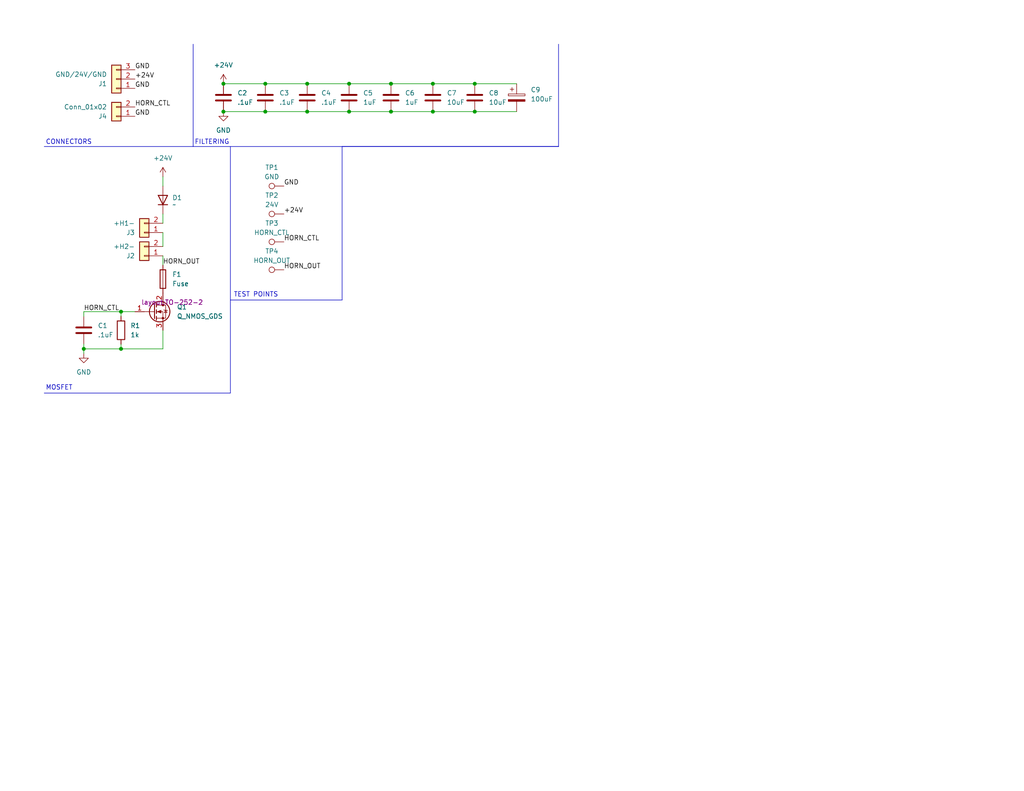
<source format=kicad_sch>
(kicad_sch (version 20231120) (generator "eeschema") (generator_version "8.0")
  (paper "USLetter")
  (title_block (title "Template") (date "2024-09-13") (rev "0.0") (company "Illini Solar Car") (comment 1 "Designed By: Sahil Shah"))
  (lib_symbols
    (symbol "C_1" (pin_numbers hide) (pin_names (offset 0.254))
      (property "Reference" "C" (at 0.635 2.54 0))
      (property "Value" "C" (at 0.635 -2.54 0))
      (symbol "C_1_0_1"
        (polyline (pts (xy -2.032 -0.762) (xy 2.032 -0.762)) (stroke (width 0.508)))
        (polyline (pts (xy -2.032 0.762) (xy 2.032 0.762)) (stroke (width 0.508)))
      )
      (symbol "C_1_1_1"
        (pin passive line (at 0 3.81 270) (length 2.794) (name "~") (number "1"))
        (pin passive line (at 0 -3.81 90) (length 2.794) (name "~") (number "2"))
      )
    )
    (symbol "C_2" (pin_numbers hide) (pin_names (offset 0.254))
      (property "Reference" "C" (at 0.635 2.54 0))
      (property "Value" "C" (at 0.635 -2.54 0))
      (symbol "C_2_0_1"
        (polyline (pts (xy -2.032 -0.762) (xy 2.032 -0.762)) (stroke (width 0.508)))
        (polyline (pts (xy -2.032 0.762) (xy 2.032 0.762)) (stroke (width 0.508)))
      )
      (symbol "C_2_1_1"
        (pin passive line (at 0 3.81 270) (length 2.794) (name "~") (number "1"))
        (pin passive line (at 0 -3.81 90) (length 2.794) (name "~") (number "2"))
      )
    )
    (symbol "C_3" (pin_numbers hide) (pin_names (offset 0.254))
      (property "Reference" "C" (at 0.635 2.54 0))
      (property "Value" "C" (at 0.635 -2.54 0))
      (symbol "C_3_0_1"
        (polyline (pts (xy -2.032 -0.762) (xy 2.032 -0.762)) (stroke (width 0.508)))
        (polyline (pts (xy -2.032 0.762) (xy 2.032 0.762)) (stroke (width 0.508)))
      )
      (symbol "C_3_1_1"
        (pin passive line (at 0 3.81 270) (length 2.794) (name "~") (number "1"))
        (pin passive line (at 0 -3.81 90) (length 2.794) (name "~") (number "2"))
      )
    )
    (symbol "C_4" (pin_numbers hide) (pin_names (offset 0.254))
      (property "Reference" "C" (at 0.635 2.54 0))
      (property "Value" "C" (at 0.635 -2.54 0))
      (symbol "C_4_0_1"
        (polyline (pts (xy -2.032 -0.762) (xy 2.032 -0.762)) (stroke (width 0.508)))
        (polyline (pts (xy -2.032 0.762) (xy 2.032 0.762)) (stroke (width 0.508)))
      )
      (symbol "C_4_1_1"
        (pin passive line (at 0 3.81 270) (length 2.794) (name "~") (number "1"))
        (pin passive line (at 0 -3.81 90) (length 2.794) (name "~") (number "2"))
      )
    )
    (symbol "C_5" (pin_numbers hide) (pin_names (offset 0.254))
      (property "Reference" "C" (at 0.635 2.54 0))
      (property "Value" "C" (at 0.635 -2.54 0))
      (symbol "C_5_0_1"
        (polyline (pts (xy -2.032 -0.762) (xy 2.032 -0.762)) (stroke (width 0.508)))
        (polyline (pts (xy -2.032 0.762) (xy 2.032 0.762)) (stroke (width 0.508)))
      )
      (symbol "C_5_1_1"
        (pin passive line (at 0 3.81 270) (length 2.794) (name "~") (number "1"))
        (pin passive line (at 0 -3.81 90) (length 2.794) (name "~") (number "2"))
      )
    )
    (symbol "C_6" (pin_numbers hide) (pin_names (offset 0.254))
      (property "Reference" "C" (at 0.635 2.54 0))
      (property "Value" "C" (at 0.635 -2.54 0))
      (symbol "C_6_0_1"
        (polyline (pts (xy -2.032 -0.762) (xy 2.032 -0.762)) (stroke (width 0.508)))
        (polyline (pts (xy -2.032 0.762) (xy 2.032 0.762)) (stroke (width 0.508)))
      )
      (symbol "C_6_1_1"
        (pin passive line (at 0 3.81 270) (length 2.794) (name "~") (number "1"))
        (pin passive line (at 0 -3.81 90) (length 2.794) (name "~") (number "2"))
      )
    )
    (symbol "C_7" (pin_numbers hide) (pin_names (offset 0.254))
      (property "Reference" "C" (at 0.635 2.54 0))
      (property "Value" "C" (at 0.635 -2.54 0))
      (symbol "C_7_0_1"
        (polyline (pts (xy -2.032 -0.762) (xy 2.032 -0.762)) (stroke (width 0.508)))
        (polyline (pts (xy -2.032 0.762) (xy 2.032 0.762)) (stroke (width 0.508)))
      )
      (symbol "C_7_1_1"
        (pin passive line (at 0 3.81 270) (length 2.794) (name "~") (number "1"))
        (pin passive line (at 0 -3.81 90) (length 2.794) (name "~") (number "2"))
      )
    )
    (symbol "Connector:TestPoint" (pin_numbers hide) (pin_names (offset 0.762) hide)
      (property "Reference" "TP" (at 0 6.858 0))
      (property "Value" "TestPoint" (at 0 5.08 0))
      (symbol "TestPoint_0_1"
        (circle (center 0 3.302) (radius 0.762))
      )
      (symbol "TestPoint_1_1"
        (pin passive line (at 0 0 90) (length 2.54) (name "1") (number "1"))
      )
    )
    (symbol "Connector_Generic:Conn_01x02" (pin_names (offset 1.016) hide)
      (property "Reference" "J" (at 0 2.54 0))
      (property "Value" "Conn_01x02" (at 0 -5.08 0))
      (symbol "Conn_01x02_1_1"
        (rectangle (start -1.27 -2.413) (end 0 -2.667) (stroke (width 0.1524)))
        (rectangle (start -1.27 0.127) (end 0 -0.127) (stroke (width 0.1524)))
        (rectangle (start -1.27 1.27) (end 1.27 -3.81) (stroke (width 0.254)) (fill (type background)))
        (pin passive line (at -5.08 0 0) (length 3.81) (name "Pin_1") (number "1"))
        (pin passive line (at -5.08 -2.54 0) (length 3.81) (name "Pin_2") (number "2"))
      )
    )
    (symbol "Connector_Generic:Conn_01x03" (pin_names (offset 1.016) hide)
      (property "Reference" "J" (at 0 5.08 0))
      (property "Value" "Conn_01x03" (at 0 -5.08 0))
      (symbol "Conn_01x03_1_1"
        (rectangle (start -1.27 -2.413) (end 0 -2.667) (stroke (width 0.1524)))
        (rectangle (start -1.27 0.127) (end 0 -0.127) (stroke (width 0.1524)))
        (rectangle (start -1.27 2.667) (end 0 2.413) (stroke (width 0.1524)))
        (rectangle (start -1.27 3.81) (end 1.27 -3.81) (stroke (width 0.254)) (fill (type background)))
        (pin passive line (at -5.08 2.54 0) (length 3.81) (name "Pin_1") (number "1"))
        (pin passive line (at -5.08 0 0) (length 3.81) (name "Pin_2") (number "2"))
        (pin passive line (at -5.08 -2.54 0) (length 3.81) (name "Pin_3") (number "3"))
      )
    )
    (symbol "Device:C_Polarized" (pin_numbers hide) (pin_names (offset 0.254))
      (property "Reference" "C" (at 0.635 2.54 0))
      (property "Value" "C_Polarized" (at 0.635 -2.54 0))
      (symbol "C_Polarized_0_1"
        (rectangle (start -2.286 0.508) (end 2.286 1.016))
        (polyline (pts (xy -1.778 2.286) (xy -0.762 2.286)))
        (polyline (pts (xy -1.27 2.794) (xy -1.27 1.778)))
        (rectangle (start 2.286 -0.508) (end -2.286 -1.016) (fill (type outline)))
      )
      (symbol "C_Polarized_1_1"
        (pin passive line (at 0 3.81 270) (length 2.794) (name "~") (number "1"))
        (pin passive line (at 0 -3.81 90) (length 2.794) (name "~") (number "2"))
      )
    )
    (symbol "Device:D" (pin_numbers hide) (pin_names (offset 1.016) hide)
      (property "Reference" "D" (at 0 2.54 0))
      (property "Value" "D" (at 0 -2.54 0))
      (symbol "D_0_1"
        (polyline (pts (xy -1.27 1.27) (xy -1.27 -1.27)) (stroke (width 0.254)))
        (polyline (pts (xy 1.27 0) (xy -1.27 0)))
        (polyline (pts (xy 1.27 1.27) (xy 1.27 -1.27) (xy -1.27 0) (xy 1.27 1.27)) (stroke (width 0.254)))
      )
      (symbol "D_1_1"
        (pin passive line (at -3.81 0 0) (length 2.54) (name "K") (number "1"))
        (pin passive line (at 3.81 0 180) (length 2.54) (name "A") (number "2"))
      )
    )
    (symbol "Device:Fuse" (pin_numbers hide) (pin_names (offset 0))
      (property "Reference" "F" (at 2.032 0 90))
      (property "Value" "Fuse" (at -1.905 0 90))
      (symbol "Fuse_0_1"
        (rectangle (start -0.762 -2.54) (end 0.762 2.54) (stroke (width 0.254)))
        (polyline (pts (xy 0 2.54) (xy 0 -2.54)))
      )
      (symbol "Fuse_1_1"
        (pin passive line (at 0 3.81 270) (length 1.27) (name "~") (number "1"))
        (pin passive line (at 0 -3.81 90) (length 1.27) (name "~") (number "2"))
      )
    )
    (symbol "Device:Q_NMOS_GDS" (pin_names (offset 0) hide)
      (property "Reference" "Q" (at 5.08 1.27 0))
      (property "Value" "Q_NMOS_GDS" (at 5.08 -1.27 0))
      (symbol "Q_NMOS_GDS_0_1"
        (polyline (pts (xy 0.254 0) (xy -2.54 0)))
        (polyline (pts (xy 0.254 1.905) (xy 0.254 -1.905)) (stroke (width 0.254)))
        (polyline (pts (xy 0.762 -1.27) (xy 0.762 -2.286)) (stroke (width 0.254)))
        (polyline (pts (xy 0.762 0.508) (xy 0.762 -0.508)) (stroke (width 0.254)))
        (polyline (pts (xy 0.762 2.286) (xy 0.762 1.27)) (stroke (width 0.254)))
        (polyline (pts (xy 2.54 2.54) (xy 2.54 1.778)))
        (polyline (pts (xy 2.54 -2.54) (xy 2.54 0) (xy 0.762 0)))
        (polyline (pts (xy 0.762 -1.778) (xy 3.302 -1.778) (xy 3.302 1.778) (xy 0.762 1.778)))
        (polyline (pts (xy 1.016 0) (xy 2.032 0.381) (xy 2.032 -0.381) (xy 1.016 0)) (fill (type outline)))
        (polyline (pts (xy 2.794 0.508) (xy 2.921 0.381) (xy 3.683 0.381) (xy 3.81 0.254)))
        (polyline (pts (xy 3.302 0.381) (xy 2.921 -0.254) (xy 3.683 -0.254) (xy 3.302 0.381)))
        (circle (center 1.651 0) (radius 2.794) (stroke (width 0.254)))
        (circle (center 2.54 -1.778) (radius 0.254) (fill (type outline)))
        (circle (center 2.54 1.778) (radius 0.254) (fill (type outline)))
      )
      (symbol "Q_NMOS_GDS_1_1"
        (pin input line (at -5.08 0 0) (length 2.54) (name "G") (number "1"))
        (pin passive line (at 2.54 5.08 270) (length 2.54) (name "D") (number "2"))
        (pin passive line (at 2.54 -5.08 90) (length 2.54) (name "S") (number "3"))
      )
    )
    (symbol "Device:R" (pin_numbers hide) (pin_names (offset 0))
      (property "Reference" "R" (at 2.032 0 90))
      (property "Value" "R" (at 0 0 90))
      (symbol "R_0_1"
        (rectangle (start -1.016 -2.54) (end 1.016 2.54) (stroke (width 0.254)))
      )
      (symbol "R_1_1"
        (pin passive line (at 0 3.81 270) (length 1.27) (name "~") (number "1"))
        (pin passive line (at 0 -3.81 90) (length 1.27) (name "~") (number "2"))
      )
    )
    (symbol "device:C" (pin_numbers hide) (pin_names (offset 0.254))
      (property "Reference" "C" (at 0.635 2.54 0))
      (property "Value" "C" (at 0.635 -2.54 0))
      (symbol "C_0_1"
        (polyline (pts (xy -2.032 -0.762) (xy 2.032 -0.762)) (stroke (width 0.508)))
        (polyline (pts (xy -2.032 0.762) (xy 2.032 0.762)) (stroke (width 0.508)))
      )
      (symbol "C_1_1"
        (pin passive line (at 0 3.81 270) (length 2.794) (name "~") (number "1"))
        (pin passive line (at 0 -3.81 90) (length 2.794) (name "~") (number "2"))
      )
    )
    (symbol "power:+24V" (power) (pin_names (offset 0))
      (property "Value" "+24V" (at 0 3.556 0))
      (symbol "+24V_0_1"
        (polyline (pts (xy -0.762 1.27) (xy 0 2.54)))
        (polyline (pts (xy 0 0) (xy 0 2.54)))
        (polyline (pts (xy 0 2.54) (xy 0.762 1.27)))
      )
      (symbol "+24V_1_1"
        (pin power_in line (at 0 0 90) (length 0) hide (name "+24V") (number "1"))
      )
    )
    (symbol "power:GND" (power) (pin_names (offset 0))
      (property "Value" "GND" (at 0 -3.81 0))
      (symbol "GND_0_1"
        (polyline (pts (xy 0 0) (xy 0 -1.27) (xy 1.27 -1.27) (xy 0 -2.54) (xy -1.27 -1.27) (xy 0 -1.27)))
      )
      (symbol "GND_1_1"
        (pin power_in line (at 0 0 270) (length 0) hide (name "GND") (number "1"))
      )
    )
  )
  (junction (at 60.96 30.48))
  (junction (at 118.11 22.86))
  (junction (at 72.39 22.86))
  (junction (at 129.54 22.86))
  (junction (at 33.02 85.09))
  (junction (at 129.54 30.48))
  (junction (at 72.39 30.48))
  (junction (at 95.25 30.48))
  (junction (at 33.02 95.25))
  (junction (at 106.68 30.48))
  (junction (at 83.82 22.86))
  (junction (at 95.25 22.86))
  (junction (at 60.96 22.86))
  (junction (at 106.68 22.86))
  (junction (at 118.11 30.48))
  (junction (at 22.86 95.25))
  (junction (at 83.82 30.48))
  (wire (pts (xy 44.45 90.17) (xy 44.45 95.25)))
  (wire (pts (xy 33.02 95.25) (xy 33.02 93.98)))
  (wire (pts (xy 44.45 63.5) (xy 44.45 67.31)))
  (polyline (pts (xy 12.065 40.005) (xy 52.705 40.005)))
  (wire (pts (xy 129.54 22.86) (xy 140.97 22.86)))
  (wire (pts (xy 33.02 85.09) (xy 22.86 85.09)))
  (wire (pts (xy 22.86 85.09) (xy 22.86 86.36)))
  (wire (pts (xy 83.82 22.86) (xy 95.25 22.86)))
  (wire (pts (xy 95.25 22.86) (xy 106.68 22.86)))
  (wire (pts (xy 118.11 22.86) (xy 129.54 22.86)))
  (wire (pts (xy 72.39 30.48) (xy 83.82 30.48)))
  (polyline (pts (xy 52.705 40.005) (xy 152.4 40.005)))
  (wire (pts (xy 72.39 22.86) (xy 83.82 22.86)))
  (polyline (pts (xy 62.865 107.315) (xy 62.865 40.005)))
  (polyline (pts (xy 152.4 12.065) (xy 152.4 40.005)))
  (wire (pts (xy 106.68 30.48) (xy 118.11 30.48)))
  (wire (pts (xy 118.11 30.48) (xy 129.54 30.48)))
  (wire (pts (xy 106.68 22.86) (xy 118.11 22.86)))
  (wire (pts (xy 83.82 30.48) (xy 95.25 30.48)))
  (wire (pts (xy 44.45 69.85) (xy 44.45 72.39)))
  (polyline (pts (xy 62.865 81.915) (xy 93.345 81.915)))
  (wire (pts (xy 22.86 95.25) (xy 22.86 96.52)))
  (wire (pts (xy 44.45 58.42) (xy 44.45 60.96)))
  (wire (pts (xy 60.96 22.86) (xy 72.39 22.86)))
  (wire (pts (xy 44.45 48.26) (xy 44.45 50.8)))
  (wire (pts (xy 129.54 30.48) (xy 140.97 30.48)))
  (polyline (pts (xy 52.705 12.065) (xy 52.705 40.005)))
  (wire (pts (xy 95.25 30.48) (xy 106.68 30.48)))
  (polyline (pts (xy 93.345 81.915) (xy 93.345 40.005)))
  (polyline (pts (xy 12.065 107.315) (xy 62.865 107.315)))
  (polyline (pts (xy 93.345 40.005) (xy 152.4 40.005)))
  (wire (pts (xy 60.96 30.48) (xy 72.39 30.48)))
  (wire (pts (xy 22.86 95.25) (xy 22.86 93.98)))
  (wire (pts (xy 44.45 95.25) (xy 33.02 95.25)))
  (wire (pts (xy 33.02 85.09) (xy 33.02 86.36)))
  (wire (pts (xy 36.83 85.09) (xy 33.02 85.09)))
  (wire (pts (xy 22.86 95.25) (xy 33.02 95.25)))
  (text "CONNECTORS" (at 12.446 39.624 0) (effects (font (size 1.27 1.27)) (justify left bottom)))
  (text "FILTERING" (at 53.086 39.624 0) (effects (font (size 1.27 1.27)) (justify left bottom)))
  (text "TEST POINTS" (at 63.754 81.28 0) (effects (font (size 1.27 1.27)) (justify left bottom)))
  (text "MOSFET" (at 12.446 106.68 0) (effects (font (size 1.27 1.27)) (justify left bottom)))
  (label "+24V" (at 36.83 21.59 0))
  (label "HORN_OUT" (at 77.47 73.66 0))
  (label "GND" (at 77.47 50.8 0))
  (label "HORN_CTL" (at 36.83 29.21 0))
  (label "GND" (at 36.83 24.13 0))
  (label "+24V" (at 77.47 58.42 0))
  (label "GND" (at 36.83 19.05 0))
  (label "HORN_CTL" (at 77.47 66.04 0))
  (label "HORN_CTL" (at 22.86 85.09 0))
  (label "GND" (at 36.83 31.75 0))
  (label "HORN_OUT" (at 44.45 72.39 0))
  (symbol (lib_id "Connector:TestPoint") (at 77.47 50.8 90) (unit 1)
    (property "Reference" "TP1" (at 74.168 45.72 90))
    (property "Value" "GND" (at 74.168 48.26 90))
    (property "Footprint" "TestPoint:TestPoint_Pad_D1.5mm" (effects (hide yes)))
    (property "Description" "test point" (effects (hide yes)))
  )
  (symbol (lib_id "Connector:TestPoint") (at 77.47 73.66 90) (unit 1)
    (property "Reference" "TP4" (at 74.168 68.58 90))
    (property "Value" "HORN_OUT" (at 74.168 71.12 90))
    (property "Footprint" "TestPoint:TestPoint_Pad_D1.5mm" (effects (hide yes)))
    (property "Description" "test point" (effects (hide yes)))
  )
  (symbol (lib_id "Device:D") (at 44.45 54.61 90) (unit 1)
    (property "Reference" "D1" (at 46.99 53.9749 90) (effects (justify right)))
    (property "Value" "~" (at 46.99 55.88 90) (effects (justify right)))
    (property "Footprint" "Diode_SMD:D_SMA" (effects (hide yes)))
    (property "Description" "Diode" (effects (hide yes)))
    (property "Sim.Device" "D" (effects (hide yes)))
    (property "Sim.Pins" "1=K 2=A" (effects (hide yes)))
  )
  (symbol (lib_id "device:C") (at 22.86 90.17 0) (unit 1)
    (property "Reference" "C1" (at 26.67 88.8999 0) (effects (justify left)))
    (property "Value" ".1uF" (at 26.67 91.4399 0) (effects (justify left)))
    (property "Footprint" "Capacitor_SMD:C_0805_2012Metric" (effects (hide yes)))
    (property "Description" "Unpolarized capacitor" (effects (hide yes)))
  )
  (symbol (lib_id "Connector:TestPoint") (at 77.47 66.04 90) (unit 1)
    (property "Reference" "TP3" (at 74.168 60.96 90))
    (property "Value" "HORN_CTL" (at 74.168 63.5 90))
    (property "Footprint" "TestPoint:TestPoint_Pad_D1.5mm" (effects (hide yes)))
    (property "Description" "test point" (effects (hide yes)))
  )
  (symbol (lib_id "Connector_Generic:Conn_01x02") (at 39.37 63.5 180) (unit 1)
    (property "Reference" "J3" (at 36.83 63.5001 0) (effects (justify left)))
    (property "Value" "+H1-" (at 36.83 60.9601 0) (effects (justify left)))
    (property "Footprint" "Connector_PinHeader_2.54mm:PinHeader_1x02_P2.54mm_Vertical" (effects (hide yes)))
    (property "Description" "Generic connector, single row, 01x02, script generated (kicad-library-utils/schlib/autogen/connector/)" (effects (hide yes)))
  )
  (symbol (lib_id "Device:R") (at 33.02 90.17 0) (unit 1)
    (property "Reference" "R1" (at 35.56 88.8999 0) (effects (justify left)))
    (property "Value" "1k" (at 35.56 91.4399 0) (effects (justify left)))
    (property "Footprint" "Resistor_SMD:R_0805_2012Metric" (effects (hide yes)))
    (property "Description" "Resistor" (effects (hide yes)))
  )
  (symbol (lib_id "Device:Q_NMOS_GDS") (at 41.91 85.09 0) (unit 1)
    (property "Reference" "Q1" (at 48.26 83.8199 0) (effects (justify left)))
    (property "Value" "Q_NMOS_GDS" (at 48.26 86.3599 0) (effects (justify left)))
    (property "Footprint" "layout:TO-252-2" (at 46.99 82.55 0))
    (property "Description" "N-MOSFET transistor, gate/drain/source" (effects (hide yes)))
  )
  (symbol (lib_id "Connector:TestPoint") (at 77.47 58.42 90) (unit 1)
    (property "Reference" "TP2" (at 74.168 53.34 90))
    (property "Value" "24V" (at 74.168 55.88 90))
    (property "Footprint" "TestPoint:TestPoint_Pad_D1.5mm" (effects (hide yes)))
    (property "Description" "test point" (effects (hide yes)))
  )
  (symbol (lib_name "C_7") (lib_id "device:C") (at 72.39 26.67 0) (unit 1)
    (property "Reference" "C3" (at 76.2 25.3999 0) (effects (justify left)))
    (property "Value" ".1uF" (at 76.2 27.9399 0) (effects (justify left)))
    (property "Footprint" "Capacitor_SMD:C_0805_2012Metric" (effects (hide yes)))
    (property "Description" "Unpolarized capacitor" (effects (hide yes)))
  )
  (symbol (lib_id "Connector_Generic:Conn_01x02") (at 31.75 31.75 180) (unit 1)
    (property "Reference" "J4" (at 29.21 31.7501 0) (effects (justify left)))
    (property "Value" "Conn_01x02" (at 29.21 29.2101 0) (effects (justify left)))
    (property "Footprint" "Connector_PinHeader_2.54mm:PinHeader_1x02_P2.54mm_Vertical" (effects (hide yes)))
    (property "Description" "Generic connector, single row, 01x02, script generated (kicad-library-utils/schlib/autogen/connector/)" (effects (hide yes)))
  )
  (symbol (lib_id "power:+24V") (at 44.45 48.26 0) (unit 1)
    (property "Reference" "#PWR03" (effects (hide yes)))
    (property "Value" "+24V" (at 44.45 43.18 0))
    (property "Description" "Power symbol creates a global label with name \"+24V\"" (effects (hide yes)))
  )
  (symbol (lib_id "Connector_Generic:Conn_01x02") (at 39.37 69.85 180) (unit 1)
    (property "Reference" "J2" (at 36.83 69.8501 0) (effects (justify left)))
    (property "Value" "+H2-" (at 36.83 67.3101 0) (effects (justify left)))
    (property "Footprint" "Connector_PinHeader_2.54mm:PinHeader_1x02_P2.54mm_Vertical" (effects (hide yes)))
    (property "Description" "Generic connector, single row, 01x02, script generated (kicad-library-utils/schlib/autogen/connector/)" (effects (hide yes)))
  )
  (symbol (lib_name "C_4") (lib_id "device:C") (at 95.25 26.67 0) (unit 1)
    (property "Reference" "C5" (at 99.06 25.3999 0) (effects (justify left)))
    (property "Value" "1uF" (at 99.06 27.9399 0) (effects (justify left)))
    (property "Footprint" "Capacitor_SMD:C_0805_2012Metric" (effects (hide yes)))
    (property "Description" "Unpolarized capacitor" (effects (hide yes)))
  )
  (symbol (lib_id "power:GND") (at 60.96 30.48 0) (unit 1)
    (property "Reference" "#PWR05" (effects (hide yes)))
    (property "Value" "GND" (at 60.96 35.56 0))
    (property "Description" "Power symbol creates a global label with name \"GND\" , ground" (effects (hide yes)))
  )
  (symbol (lib_id "Device:Fuse") (at 44.45 76.2 0) (unit 1)
    (property "Reference" "F1" (at 46.99 74.9299 0) (effects (justify left)))
    (property "Value" "Fuse" (at 46.99 77.4699 0) (effects (justify left)))
    (property "Footprint" "Fuse:Fuse_0805_2012Metric" (effects (hide yes)))
    (property "Description" "Fuse" (effects (hide yes)))
  )
  (symbol (lib_id "Device:C_Polarized") (at 140.97 26.67 0) (unit 1)
    (property "Reference" "C9" (at 144.78 24.5109 0) (effects (justify left)))
    (property "Value" "100uF" (at 144.78 27.0509 0) (effects (justify left)))
    (property "Footprint" "Capacitor_THT:CP_Radial_D5.0mm_P2.50mm" (effects (hide yes)))
    (property "Description" "Polarized capacitor" (effects (hide yes)))
  )
  (symbol (lib_name "C_5") (lib_id "device:C") (at 129.54 26.67 0) (unit 1)
    (property "Reference" "C8" (at 133.35 25.3999 0) (effects (justify left)))
    (property "Value" "10uF" (at 133.35 27.9399 0) (effects (justify left)))
    (property "Footprint" "Capacitor_SMD:C_0805_2012Metric" (effects (hide yes)))
    (property "Description" "Unpolarized capacitor" (effects (hide yes)))
  )
  (symbol (lib_name "C_3") (lib_id "device:C") (at 106.68 26.67 0) (unit 1)
    (property "Reference" "C6" (at 110.49 25.3999 0) (effects (justify left)))
    (property "Value" "1uF" (at 110.49 27.9399 0) (effects (justify left)))
    (property "Footprint" "Capacitor_SMD:C_0805_2012Metric" (effects (hide yes)))
    (property "Description" "Unpolarized capacitor" (effects (hide yes)))
  )
  (symbol (lib_id "power:GND") (at 22.86 96.52 0) (mirror y) (unit 1)
    (property "Reference" "#PWR02" (effects (hide yes)))
    (property "Value" "GND" (at 22.86 101.6 0))
    (property "Description" "Power symbol creates a global label with name \"GND\" , ground" (effects (hide yes)))
  )
  (symbol (lib_id "Connector_Generic:Conn_01x03") (at 31.75 21.59 180) (unit 1)
    (property "Reference" "J1" (at 29.21 22.8601 0) (effects (justify left)))
    (property "Value" "GND/24V/GND" (at 29.21 20.3201 0) (effects (justify left)))
    (property "Footprint" "Connector_PinHeader_2.54mm:PinHeader_1x03_P2.54mm_Vertical" (effects (hide yes)))
    (property "Description" "Generic connector, single row, 01x03, script generated (kicad-library-utils/schlib/autogen/connector/)" (effects (hide yes)))
  )
  (symbol (lib_name "C_1") (lib_id "device:C") (at 83.82 26.67 0) (unit 1)
    (property "Reference" "C4" (at 87.63 25.3999 0) (effects (justify left)))
    (property "Value" ".1uF" (at 87.63 27.9399 0) (effects (justify left)))
    (property "Footprint" "Capacitor_SMD:C_0805_2012Metric" (effects (hide yes)))
    (property "Description" "Unpolarized capacitor" (effects (hide yes)))
  )
  (symbol (lib_name "C_2") (lib_id "device:C") (at 118.11 26.67 0) (unit 1)
    (property "Reference" "C7" (at 121.92 25.3999 0) (effects (justify left)))
    (property "Value" "10uF" (at 121.92 27.9399 0) (effects (justify left)))
    (property "Footprint" "Capacitor_SMD:C_0805_2012Metric" (effects (hide yes)))
    (property "Description" "Unpolarized capacitor" (effects (hide yes)))
  )
  (symbol (lib_name "C_6") (lib_id "device:C") (at 60.96 26.67 0) (unit 1)
    (property "Reference" "C2" (at 64.77 25.3999 0) (effects (justify left)))
    (property "Value" ".1uF" (at 64.77 27.9399 0) (effects (justify left)))
    (property "Footprint" "Capacitor_SMD:C_0805_2012Metric" (effects (hide yes)))
    (property "Description" "Unpolarized capacitor" (effects (hide yes)))
  )
  (symbol (lib_id "power:+24V") (at 60.96 22.86 0) (unit 1)
    (property "Reference" "#PWR06" (effects (hide yes)))
    (property "Value" "+24V" (at 60.96 17.78 0))
    (property "Description" "Power symbol creates a global label with name \"+24V\"" (effects (hide yes)))
  )
)
</source>
